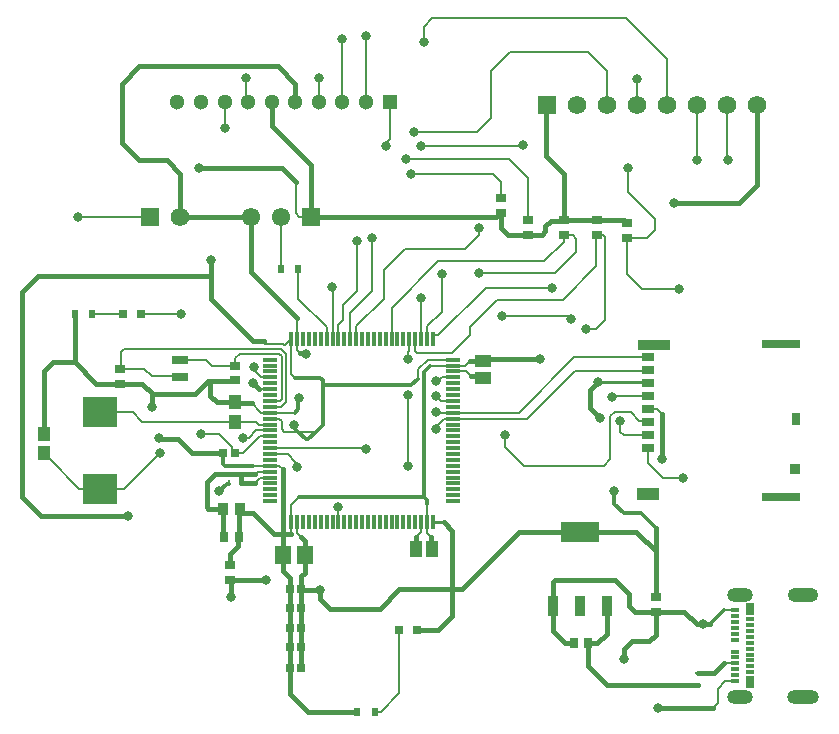
<source format=gtl>
%FSTAX23Y23*%
%MOIN*%
%SFA1B1*%

%IPPOS*%
%AMD39*
4,1,8,-0.015800,-0.034400,0.015800,-0.034400,0.017700,-0.032500,0.017700,0.032500,0.015800,0.034400,-0.015800,0.034400,-0.017700,0.032500,-0.017700,-0.032500,-0.015800,-0.034400,0.0*
1,1,0.003900,-0.015800,-0.032500*
1,1,0.003900,0.015800,-0.032500*
1,1,0.003900,0.015800,0.032500*
1,1,0.003900,-0.015800,0.032500*
%
%AMD40*
4,1,8,-0.060900,-0.034400,0.060900,-0.034400,0.063000,-0.032400,0.063000,0.032400,0.060900,0.034400,-0.060900,0.034400,-0.063000,0.032400,-0.063000,-0.032400,-0.060900,-0.034400,0.0*
1,1,0.004140,-0.060900,-0.032400*
1,1,0.004140,0.060900,-0.032400*
1,1,0.004140,0.060900,0.032400*
1,1,0.004140,-0.060900,0.032400*
%
%ADD12C,0.007870*%
%ADD13C,0.005000*%
%ADD15C,0.010000*%
%ADD16R,0.047240X0.011810*%
%ADD17R,0.011810X0.047240*%
%ADD18R,0.118110X0.098430*%
%ADD19R,0.039850X0.045600*%
%ADD20R,0.053390X0.043490*%
%ADD21R,0.036610X0.035430*%
%ADD22R,0.030710X0.041340*%
%ADD23R,0.072050X0.044880*%
%ADD24R,0.129920X0.027560*%
%ADD25R,0.110240X0.033860*%
%ADD26R,0.043310X0.027560*%
%ADD27R,0.031970X0.029850*%
%ADD28R,0.027560X0.039370*%
%ADD29R,0.027560X0.011810*%
%ADD30R,0.055120X0.029530*%
%ADD31R,0.031500X0.031500*%
%ADD32R,0.010730X0.018600*%
%ADD33R,0.043490X0.053390*%
%ADD34R,0.019680X0.031500*%
%ADD35R,0.029850X0.031970*%
%ADD36R,0.037400X0.041340*%
%ADD37R,0.029920X0.028350*%
%ADD38R,0.057270X0.061270*%
G04~CAMADD=39~8~0.0~0.0~354.3~689.0~19.5~0.0~15~0.0~0.0~0.0~0.0~0~0.0~0.0~0.0~0.0~0~0.0~0.0~0.0~180.0~354.0~689.0*
%ADD39D39*%
G04~CAMADD=40~8~0.0~0.0~1259.8~689.0~20.7~0.0~15~0.0~0.0~0.0~0.0~0~0.0~0.0~0.0~0.0~0~0.0~0.0~0.0~180.0~1260.0~690.0*
%ADD40D40*%
%ADD41R,0.018600X0.010730*%
%ADD54R,0.061810X0.061810*%
%ADD55C,0.061810*%
%ADD64C,0.015750*%
%ADD65C,0.011810*%
%ADD66C,0.005910*%
%ADD67C,0.017320*%
%ADD68O,0.102360X0.047240*%
%ADD69O,0.106300X0.047240*%
%ADD70O,0.086610X0.047240*%
%ADD71C,0.051180*%
%ADD72R,0.051180X0.051180*%
%ADD73R,0.061020X0.061020*%
%ADD74C,0.061020*%
%ADD75C,0.031500*%
%LN5th_year_project-1*%
%LPD*%
G54D12*
X02062Y02637D02*
X02072Y02647D01*
Y02692*
X02338Y01875D02*
X02365Y01901D01*
X02338Y01819D02*
Y01875D01*
X03784Y01524D02*
X0381D01*
X02367Y02834D02*
X02407D01*
X02355Y02846D02*
X02367Y02834D01*
X02355Y02846D02*
Y02951D01*
G54D13*
X02208Y02215D02*
X02241Y02182D01*
X02271*
X02352*
X02881Y02339D02*
X0292D01*
X02803D02*
X02881D01*
X02271Y02005D02*
X02301D01*
X02212D02*
X02271D01*
X0236Y01781D02*
X02374Y01767D01*
X0236Y01818D02*
X0236Y01817D01*
Y01789D02*
Y01817D01*
X0236Y01781D02*
Y01789D01*
X0236Y01789D02*
X0236Y01789D01*
X02301Y02005D02*
X02313Y01993D01*
X0292Y02339D02*
X02935Y02354D01*
X02359Y02471D02*
X0236Y0247D01*
X02385Y02381D02*
X02389Y02376D01*
X0236Y02391D02*
X0237Y02381D01*
X0236Y02391D02*
Y02428D01*
X02364Y0223D02*
X02365Y02231D01*
X03783Y01346D02*
X0382D01*
X02338Y01819D02*
X0234Y01818D01*
X02793Y01781D02*
X02807Y01767D01*
X02793Y01781D02*
Y01818D01*
G54D15*
X03547Y01519D02*
X03551Y01523D01*
X03555Y01519*
X02561Y01185D02*
D01*
X03712Y01476D02*
X03713Y01477D01*
X02133Y01944D02*
X02133Y01944D01*
Y01948*
X02125Y01944D02*
X02133D01*
X02373Y01594D02*
X02376Y01591D01*
X02814Y01816D02*
X02848D01*
X03525Y02283D02*
X03528Y0228D01*
X03362Y02283D02*
X03525D01*
X0298Y02354D02*
X02987Y02362D01*
X02807Y01732D02*
X02811Y01728D01*
X02979Y02354D02*
X0298Y02354D01*
X0217Y01862D02*
X02171Y0186D01*
X02373Y01594D02*
X02374Y01594D01*
X0177Y02279D02*
X01771Y02278D01*
X02166Y01858D02*
X0217Y01862D01*
X02163Y01764D02*
X02166Y01767D01*
X02113Y01771D02*
X02117Y01767D01*
G54D16*
X02271Y02359D03*
Y02339D03*
Y0232D03*
Y023D03*
Y0228D03*
Y02261D03*
Y02241D03*
Y02221D03*
Y02201D03*
Y02182D03*
Y02162D03*
Y02142D03*
Y02123D03*
Y02103D03*
Y02083D03*
Y02064D03*
Y02044D03*
Y02024D03*
Y02005D03*
Y01985D03*
Y01965D03*
Y01946D03*
Y01926D03*
Y01906D03*
Y01887D03*
X02881D03*
Y01906D03*
Y01926D03*
Y01946D03*
Y01965D03*
Y01985D03*
Y02005D03*
Y02024D03*
Y02044D03*
Y02064D03*
Y02083D03*
Y02103D03*
Y02123D03*
Y02142D03*
Y02162D03*
Y02182D03*
Y02201D03*
Y02221D03*
Y02241D03*
Y02261D03*
Y0228D03*
Y023D03*
Y0232D03*
Y02339D03*
Y02359D03*
G54D17*
X0234Y01818D03*
X0236D03*
X02379D03*
X02399D03*
X02419D03*
X02438D03*
X02458D03*
X02478D03*
X02497D03*
X02517D03*
X02537D03*
X02556D03*
X02576D03*
X02596D03*
X02615D03*
X02635D03*
X02655D03*
X02675D03*
X02694D03*
X02714D03*
X02734D03*
X02753D03*
X02773D03*
X02793D03*
X02812D03*
Y02428D03*
X02793D03*
X02773D03*
X02753D03*
X02734D03*
X02714D03*
X02694D03*
X02675D03*
X02655D03*
X02635D03*
X02615D03*
X02596D03*
X02576D03*
X02556D03*
X02537D03*
X02517D03*
X02497D03*
X02478D03*
X02458D03*
X02438D03*
X02419D03*
X02399D03*
X02379D03*
X0236D03*
X0234D03*
G54D18*
X01704Y01929D03*
Y02185D03*
G54D19*
X01515Y02111D03*
Y02046D03*
X02153Y02217D03*
Y02152D03*
G54D20*
X0298Y02354D03*
Y02299D03*
G54D21*
X04019Y01993D03*
G54D22*
X04022Y02161D03*
G54D23*
X03529Y01911D03*
G54D24*
X03972Y01902D03*
Y02412D03*
G54D25*
X03548Y02409D03*
G54D26*
X03528Y02063D03*
Y02107D03*
Y0215D03*
Y02193D03*
Y02237D03*
Y0228D03*
Y02323D03*
Y02366D03*
G54D27*
X03039Y02849D03*
Y02898D03*
X0346Y02814D03*
Y02765D03*
X03358Y02823D03*
Y02774D03*
X03248Y02823D03*
Y02774D03*
X03129D03*
Y02823D03*
X03555Y01519D03*
Y01569D03*
X01771Y02327D03*
Y02278D03*
X02153Y02339D03*
Y0229D03*
X02137Y01624D03*
Y01674D03*
G54D28*
X03871Y01283D03*
Y01527D03*
G54D29*
X03871Y01316D03*
Y01336D03*
Y01356D03*
Y01375D03*
Y01395D03*
Y01415D03*
Y01435D03*
Y01454D03*
Y01474D03*
Y01494D03*
X0382Y01523D03*
Y01503D03*
Y01484D03*
Y01464D03*
Y01444D03*
Y01425D03*
Y01385D03*
Y01366D03*
Y01346D03*
Y01326D03*
Y01307D03*
Y01287D03*
G54D30*
X01968Y02302D03*
Y02359D03*
G54D31*
X02758Y01459D03*
X02699D03*
X0184Y02511D03*
X01781D03*
G54D32*
X02133Y01948D03*
X02173D03*
G54D33*
X02811Y01728D03*
X02755D03*
G54D34*
X02305Y02661D03*
X02364D03*
X01677Y02511D03*
X01618D03*
X0262Y01185D03*
X02561D03*
G54D35*
X02117Y01767D03*
X02166D03*
X03331Y01413D03*
X03282D03*
G54D36*
X02113Y01862D03*
X0217D03*
G54D37*
X02373Y01531D03*
X02335D03*
X02373Y01594D03*
X02335D03*
X02373Y0133D03*
X02335D03*
X02373Y01401D03*
X02335D03*
X02373Y01464D03*
X02335D03*
X02153Y02047D03*
X02114D03*
G54D38*
X02386Y01708D03*
X02313D03*
G54D39*
X03212Y01538D03*
X03303D03*
X03393D03*
G54D40*
X03303Y01784D03*
G54D41*
X03696Y01275D03*
Y01314D03*
G54D54*
X03192Y03208D03*
X01871Y02834D03*
G54D55*
X03292Y03208D03*
X03392D03*
X03492D03*
X03592D03*
X03692D03*
X03792D03*
X03892D03*
X01971Y02834D03*
G54D64*
X02173Y01979D02*
X0222D01*
X02085D02*
X02168D01*
X02173*
X02059Y01952D02*
X02085Y01979D01*
X01876Y0224D02*
X01879Y02243D01*
X01876Y02202D02*
Y0224D01*
X01898Y02096D02*
X01901D01*
X01903Y02094*
X01964*
X02011Y02047D02*
X02114D01*
X01964Y02094D02*
X02011Y02047D01*
X02064Y02289D02*
X02071Y02282D01*
Y02239D02*
Y02282D01*
Y02239D02*
X02093Y02217D01*
X02153*
X02064Y02289D02*
X02152D01*
X01879Y02243D02*
X02018D01*
X02064Y02289*
X01844Y02278D02*
X01879Y02243D01*
X01771Y02278D02*
X01844D01*
X01545Y0235D02*
X01618D01*
X01515Y0232D02*
X01545Y0235D01*
X01515Y02111D02*
Y0232D01*
X02155Y02215D02*
X02208D01*
X02153Y02217D02*
X02155Y02215D01*
X01795Y01839D02*
X01797Y01837D01*
X01506Y01839D02*
X01795D01*
X02073Y0256D02*
Y02692D01*
X01444Y01901D02*
X01506Y01839D01*
X01497Y02637D02*
X02062D01*
X01444Y02584D02*
X01497Y02637D01*
X02212Y02421D02*
X0225D01*
X01444Y01901D02*
Y02584D01*
X02073Y0256D02*
X02212Y02421D01*
X03331Y01338D02*
X03394Y01275D01*
X03331Y01338D02*
Y01413D01*
X03394Y01275D02*
X03696D01*
X02173Y01948D02*
X02219D01*
X02167Y01978D02*
X02168Y01979D01*
X02173Y01948D02*
Y01972D01*
X02167Y01978D02*
X02173Y01972D01*
X02313Y01777D02*
X0234D01*
X02313Y01708D02*
Y01777D01*
X02181Y01849D02*
X02212D01*
X02171Y01858D02*
Y0186D01*
X02212Y01849D02*
X02284Y01777D01*
X02313D02*
Y01993D01*
X03467Y01539D02*
Y01578D01*
Y01539D02*
X03487Y01519D01*
X03547*
X0342Y01625D02*
X03467Y01578D01*
X03555Y01442D02*
Y01519D01*
X02938Y02303D02*
X02976D01*
X02935Y02354D02*
X02979D01*
X02875Y01592D02*
X02876Y01593D01*
X02875Y01505D02*
Y01592D01*
X02829Y01459D02*
X02875Y01505D01*
X02758Y01459D02*
X02829D01*
X03175Y02774D02*
X03187Y02787D01*
Y02805D02*
X03205Y02822D01*
X03187Y02787D02*
Y02805D01*
X03129Y02774D02*
X03175D01*
X03245Y02822D02*
X03246Y02822D01*
X03205Y02822D02*
X03245D01*
X02699Y01593D02*
X02876D01*
X03562Y01196D02*
X03746D01*
X02395Y01185D02*
X02561D01*
X02335Y01245D02*
Y0133D01*
Y01245D02*
X02395Y01185D01*
X02335Y0133D02*
Y01401D01*
X02114Y02046D02*
X02114Y02047D01*
X03713Y01477D02*
X03737D01*
X02207Y02651D02*
X02359Y02498D01*
X02405Y02836D02*
Y03006D01*
X02275Y03136D02*
Y03216D01*
Y03136D02*
X02405Y03006D01*
X02335Y01464D02*
Y01531D01*
Y01401D02*
Y01464D01*
Y01531D02*
Y01594D01*
Y01632*
X03337Y02258D02*
X03362Y02283D01*
X03337Y02197D02*
Y02258D01*
Y02197D02*
X0337Y02165D01*
X03221Y01625D02*
X0342D01*
X03212Y01538D02*
Y01616D01*
X03221Y01625*
X03212Y01453D02*
Y01538D01*
X03456Y02811D02*
Y02816D01*
X02214Y0228D02*
X02233Y02261D01*
X02284Y01777D02*
X02313D01*
X0247Y01529D02*
X02635D01*
X02437Y01562D02*
X0247Y01529D01*
X02437Y01562D02*
Y01591D01*
X03575Y02027D02*
Y02176D01*
X03533Y01421D02*
X03555Y01442D01*
X0237Y02381D02*
X02385D01*
X02407Y02834D02*
X03023D01*
X03034Y02854D02*
X03039Y02849D01*
X02635Y01529D02*
X02699Y01593D01*
X03064Y02774D02*
X03129D01*
X02386Y01708D02*
Y01754D01*
Y01649D02*
Y01708D01*
X02909Y01593D02*
X031Y01784D01*
X03303*
X03491*
X02376Y01591D02*
X02437D01*
X02254Y01624D02*
X02255Y01625D01*
X02137Y01624D02*
X02254D01*
X0231Y02997D02*
X02355Y02951D01*
X02034Y02997D02*
X0231D01*
X02876Y01593D02*
X02909D01*
X02848Y01816D02*
X02876Y01788D01*
Y01593D02*
Y01788D01*
X03358Y02823D02*
X03449D01*
X03248D02*
X03358D01*
X03188Y03037D02*
Y03205D01*
X03192Y03208*
X03188Y03037D02*
X03248Y02978D01*
Y02823D02*
Y02978D01*
X03448Y01362D02*
Y01393D01*
X03476Y01421*
X03533*
X02987Y02362D02*
X03169D01*
X02207Y02651D02*
Y02834D01*
X03555Y0172D02*
Y01799D01*
Y01519D02*
X03649D01*
X03692Y01476*
X03712*
X03696Y01314D02*
X03751D01*
X03783Y01346*
X03449Y02823D02*
X03456Y02816D01*
Y02811D02*
X0346Y02814D01*
X03246Y02822D02*
X03248Y02823D01*
X03039Y02799D02*
X03064Y02774D01*
X03039Y02799D02*
Y02849D01*
X03023Y02834D02*
X03038Y02849D01*
X03039*
X01925Y03023D02*
X01971Y02977D01*
Y02834D02*
Y02977D01*
X01834Y03023D02*
X01925D01*
X01775Y03082D02*
X01834Y03023D01*
X01775Y03082D02*
Y03279D01*
X01834Y03338*
X02295*
X02354Y03279*
Y03216D02*
Y03279D01*
X02405Y02836D02*
X02407Y02834D01*
X02807Y01732D02*
Y01767D01*
X02755Y01728D02*
Y01767D01*
X03555Y01569D02*
Y0172D01*
X03491Y01784D02*
X03555Y0172D01*
X03331Y01413D02*
X03361D01*
X03393Y01445D02*
Y01538D01*
X03361Y01413D02*
X03393Y01445D01*
X03212Y01453D02*
X03252Y01413D01*
X03282*
X01971Y02834D02*
X02207D01*
X02141Y01566D02*
Y0162D01*
X02137Y01624D02*
X02141Y0162D01*
X02059Y01868D02*
Y01952D01*
Y01868D02*
X02064Y01862D01*
X02113*
X02171Y01858D02*
X02181Y01849D01*
X02373Y01531D02*
Y01594D01*
Y01464D02*
Y01531D01*
Y01401D02*
Y01464D01*
Y0133D02*
Y01401D01*
X02313Y01653D02*
Y01708D01*
X02374Y01636D02*
X02386Y01649D01*
X02374Y01594D02*
Y01636D01*
X02313Y01653D02*
X02335Y01632D01*
X01618Y0235D02*
X01688Y02279D01*
X01618Y0235D02*
Y02511D01*
X01688Y02279D02*
X0177D01*
X02374Y01767D02*
X02386Y01754D01*
X02163Y01736D02*
Y01764D01*
X02137Y01711D02*
X02163Y01736D01*
X02166Y01767D02*
Y01858D01*
X02137Y01674D02*
Y01711D01*
X02113Y01771D02*
Y01862D01*
G54D65*
X02114Y02012D02*
Y02046D01*
X02121Y02005D02*
X02212D01*
X02114Y02012D02*
X02121Y02005D01*
X02352Y02182D02*
X02364Y02193D01*
Y0223*
X0235Y0214D02*
X02354Y02136D01*
Y02127D02*
X02363Y02118D01*
X02354Y02127D02*
Y02136D01*
X02782Y02306D02*
X02784Y02303D01*
Y02285D02*
Y02303D01*
X02782Y01902D02*
Y02282D01*
X02422Y02118D02*
X02445Y0214D01*
X02388Y02093D02*
X02397D01*
X02782Y02282D02*
X02784Y02285D01*
X02445Y02273D02*
X02741D01*
X02445Y0214D02*
Y02273D01*
X02741D02*
X02763Y02294D01*
X02782Y02306D02*
Y02318D01*
X02353Y02298D02*
X02436D01*
X02363Y02118D02*
X02388Y02093D01*
X02436Y02298D02*
X02445Y0229D01*
X02782Y02318D02*
X02803Y02339D01*
X02397Y02093D02*
X02422Y02118D01*
X02445Y02273D02*
Y0229D01*
X02365Y01901D02*
X02762D01*
X03737Y01477D02*
X03784Y01524D01*
X02765Y01902D02*
X02782D01*
X02793Y0189*
Y01876D02*
Y0189D01*
X02793Y01876D02*
X02793Y01876D01*
X02101Y0192D02*
X02125Y01944D01*
X03417Y01877D02*
Y01921D01*
X03448Y01846D02*
X03507D01*
X03417Y01877D02*
X03448Y01846D01*
X03507D02*
X03555Y01799D01*
G54D66*
X02224Y02123D02*
X02271D01*
X02199Y02098D02*
X02224Y02123D01*
X02181Y02098D02*
X02199D01*
X02179Y02096D02*
X02181Y02098D01*
X01704Y02185D02*
X01705Y02184D01*
X01812*
X01844Y02152*
X02153*
X01704Y01929D02*
D01*
X01632D02*
X01704D01*
X01535Y02026D02*
X01632Y01929D01*
X01515Y02043D02*
Y02046D01*
Y02043D02*
X01532Y02026D01*
X01535*
X01704Y01929D02*
X01704D01*
X01783*
X01903Y02049*
X02179Y02047D02*
X02236Y02103D01*
X02271*
X02153Y02152D02*
X02222D01*
X02232Y02142D02*
X02271D01*
X02222Y02152D02*
X02232Y02142D01*
X02038Y02111D02*
X02099D01*
X02143Y02056D02*
Y02066D01*
X02099Y02111D02*
X02143Y02066D01*
Y02056D02*
X02153Y02047D01*
X01772Y02384D02*
X01782Y02394D01*
X02828Y02286D02*
X02842Y023D01*
X0225Y02413D02*
Y02421D01*
Y02413D02*
X02253Y0241D01*
X02313*
X02315Y02408*
X0232*
X0234Y02311D02*
X02353Y02298D01*
X0232Y02408D02*
X0234Y02428D01*
X02363Y02118D02*
X02422D01*
X02315D02*
X02363D01*
X02308Y02131D02*
Y02154D01*
Y02126D02*
X02315Y02118D01*
X02795Y02358D02*
X0288D01*
X01782Y02394D02*
X02307D01*
X02168Y02378D02*
X023D01*
X02308Y0237*
X02842Y023D02*
X02881D01*
X02763Y02294D02*
Y02326D01*
X02308Y02226D02*
Y0237D01*
X0288Y02358D02*
X02881Y02359D01*
X02308Y02126D02*
Y02131D01*
X02307Y02394D02*
X02317Y02383D01*
X023Y02161D02*
X02308Y02154D01*
X02272Y02161D02*
X023D01*
X02271Y02162D02*
X02272Y02161D01*
X0234Y02311D02*
Y02428D01*
X02824Y02286D02*
X02828D01*
X02728Y02003D02*
Y02241D01*
X02317Y02383D02*
X02323Y02377D01*
X02763Y02326D02*
X02795Y02358D01*
X02308Y02131D02*
D01*
X02271Y02064D02*
X02589D01*
X02153Y02363D02*
X02168Y02378D01*
X02824Y02235D02*
Y02238D01*
X02236Y01965D02*
X02271D01*
X02219Y01948D02*
X02236Y01965D01*
X0222Y01979D02*
X02226Y01985D01*
X02271*
X0234Y01777D02*
Y01818D01*
X02935Y0244D02*
Y02467D01*
X02875Y02381D02*
X02935Y0244D01*
Y02467D02*
X03026Y02559D01*
X02759Y02381D02*
X02875D01*
X0299Y02599D02*
X03207D01*
X02815Y0244D02*
X02831D01*
X02812Y02428D02*
Y02437D01*
X02831Y0244D02*
X0299Y02599D01*
X02812Y02437D02*
X02815Y0244D01*
X03207Y02599D02*
X03208Y02598D01*
X02675Y02428D02*
Y02531D01*
X0283Y02687*
X03184*
X02842Y02519D02*
Y02644D01*
X02793Y02429D02*
Y02471D01*
X02842Y02519*
X02919Y02726D02*
X02966Y02773D01*
X02649Y02657D02*
X02718Y02726D01*
X02919*
X03184Y02687D02*
X03248Y0275D01*
X02559Y02586D02*
Y02755D01*
X02512Y0249D02*
Y0254D01*
X02559Y02586*
X02497Y02428D02*
Y02475D01*
X02512Y0249*
X02537Y02428D02*
Y02515D01*
X0261Y02588*
X02881Y0232D02*
X02922D01*
X02938Y02303*
X03437Y02119D02*
Y02154D01*
Y02119D02*
X0345Y02107D01*
X03528*
X02364Y02661D02*
D01*
X02733Y02427D02*
X02734Y02426D01*
Y02389D02*
Y02426D01*
X02728Y02361D02*
Y02383D01*
X02734Y02389*
X02724Y02364D02*
X02728Y02361D01*
X02753Y02387D02*
X02759Y02381D01*
X02753Y02387D02*
Y02428D01*
X03762Y01213D02*
Y01262D01*
X03787Y01287*
X0382*
X03746Y01196D02*
X03762Y01213D01*
X02323Y02223D02*
Y02377D01*
X02323Y02219D02*
Y02223D01*
X02306Y02201D02*
X02323Y02219D01*
Y02223D02*
X02323Y02223D01*
X02303Y02221D02*
X02308Y02226D01*
X0236Y02428D02*
Y0247D01*
X02359Y02471D02*
Y02498D01*
X02829Y02131D02*
Y02141D01*
X02824Y02184D02*
X02826Y02182D01*
X03098*
X02824Y02235D02*
X02838Y02221D01*
X0285Y02162D02*
X02881D01*
X02838Y02221D02*
X02881D01*
X02824Y02126D02*
X02829Y02131D01*
X02881Y02162D02*
X03126D01*
X02829Y02141D02*
X0285Y02162D01*
X0341Y02237D02*
X03528D01*
X03408Y02235D02*
X0341Y02237D01*
X02238Y023D02*
X02271D01*
X02233Y02261D02*
X02271D01*
X02222Y02316D02*
Y02329D01*
Y02316D02*
X02238Y023D01*
X02496Y01869D02*
X02497Y01867D01*
Y01818D02*
Y01867D01*
X02793Y01818D02*
Y01876D01*
X02271Y02221D02*
X02303D01*
X02662Y03087D02*
X02669Y03094D01*
Y03216*
X03282Y02366D02*
X03527D01*
X03098Y02182D02*
X03282Y02366D01*
X03528Y02013D02*
X03578Y01963D01*
X03646*
X03528Y02193D02*
X03558D01*
X03575Y02176*
X03268Y02495D02*
X03272D01*
X0326Y02503D02*
X03268Y02495D01*
X03472Y02184D02*
X03501Y02154D01*
X03418Y02184D02*
X03472D01*
X03404Y02027D02*
Y0217D01*
X03418Y02184*
X01772Y02327D02*
X01851D01*
X01772Y02328D02*
Y02384D01*
X01771Y02327D02*
X01772Y02328D01*
X02217Y02334D02*
X02222Y02329D01*
X0261Y02588D02*
Y02763D01*
X02364Y02562D02*
Y02661D01*
Y02562D02*
X02458Y02468D01*
Y02428D02*
Y02468D01*
X02793Y02428D02*
X02793Y02429D01*
X02354Y02005D02*
X02359Y02D01*
X02329Y02044D02*
X02354Y02019D01*
Y02005D02*
Y02019D01*
X02733Y02427D02*
X02734Y02428D01*
X02966Y02778D02*
Y02797D01*
Y02778D02*
X02966Y02778D01*
X02966Y02797D02*
X02967Y02799D01*
X02966Y02773D02*
Y02778D01*
X02738Y02978D02*
X03013D01*
X03039Y02952*
X02722Y03027D02*
X03065D01*
X03129Y02963*
X02655Y03071D02*
Y03078D01*
X02662Y03085D02*
Y03087D01*
X02655Y03078D02*
X02662Y03085D01*
X02783Y03418D02*
Y03468D01*
X02811Y03496*
X0259Y03216D02*
Y03435D01*
X02589Y03436D02*
X0259Y03435D01*
X02433Y03216D02*
Y03298D01*
X02432Y03299D02*
X02433Y03298D01*
X02188Y03224D02*
Y03298D01*
Y03224D02*
X02196Y03216D01*
X02118Y0313D02*
Y03216D01*
X02699Y01246D02*
Y01459D01*
X0262Y01185D02*
X02638D01*
X02699Y01246*
X02271Y02201D02*
X02306D01*
X03278Y02774D02*
X0329Y02762D01*
X03248Y02774D02*
X03278D01*
X0329Y02718D02*
Y02762D01*
X02965Y02648D02*
X0322D01*
X0329Y02718*
X03053Y02067D02*
Y02107D01*
Y02067D02*
X03115Y02005D01*
X03382*
X03404Y02027*
X03524Y02154D02*
X03528Y0215D01*
X03501Y02154D02*
X03524D01*
X03129Y02823D02*
Y02963D01*
X03381Y02774D02*
X03386Y02769D01*
X03358Y02774D02*
X03381D01*
X03357Y02671D02*
Y02773D01*
X03324Y02461D02*
X03356D01*
X03386Y02491*
Y02769*
X03458Y02645D02*
Y02763D01*
X0346Y02765*
X03509Y02594D02*
X03633D01*
X03458Y02645D02*
X03509Y02594D01*
X03528Y02013D02*
Y02063D01*
X0346Y02765D02*
X0346Y02765D01*
X03527*
X03553Y02791*
X03462Y02919D02*
X03553Y02828D01*
Y02791D02*
Y02828D01*
X03462Y02919D02*
Y02998D01*
X02773Y03072D02*
X03113D01*
X03114Y03073*
X02773Y02563D02*
X02773Y02563D01*
X02773Y02428D02*
Y02563D01*
X03357Y02773D02*
X03358Y02774D01*
X03245Y02559D02*
X03357Y02671D01*
X03026Y02559D02*
X03245D01*
X03248Y0275D02*
Y02774D01*
X03592Y03208D02*
Y0336D01*
X02811Y03496D02*
X03456D01*
X03592Y0336*
X03692Y03208D02*
X03692Y03207D01*
Y03023D02*
Y03207D01*
X03492Y03208D02*
Y03295D01*
X02649Y02562D02*
Y02657D01*
X02556Y0247D02*
X02649Y02562D01*
X02556Y02428D02*
Y0247D01*
X03393Y0321D02*
Y03322D01*
X03392Y03208D02*
X03393Y0321D01*
X0307Y03385D02*
X0333D01*
X03393Y03322*
X03007Y03165D02*
Y03322D01*
X0307Y03385*
X0296Y03118D02*
X03007Y03165D01*
X02751Y03118D02*
X0296D01*
X03039Y02898D02*
Y02952D01*
X0227Y02143D02*
X02271Y02142D01*
X03792Y0303D02*
X03795Y03027D01*
Y03023D02*
Y03027D01*
X03792Y0303D02*
Y03208D01*
X03043Y02503D02*
X0326D01*
X03286Y02322D02*
X03527D01*
X01843Y02511D02*
X01972D01*
X02589Y02064D02*
X0259Y02062D01*
X02511Y03216D02*
Y03429D01*
X02271Y02044D02*
X02329D01*
X02118Y03216D02*
D01*
X02478Y02428D02*
Y026D01*
X02476Y02602D02*
X02478Y026D01*
X02755Y01728D02*
X02755Y01728D01*
Y01767D02*
X02773Y01785D01*
Y01818*
X03527Y02322D02*
X03528Y02323D01*
X03126Y02162D02*
X03286Y02322D01*
X03527Y02366D02*
X03528Y02366D01*
X02976Y02303D02*
X0298Y02299D01*
X02305Y02661D02*
X02307Y02663D01*
Y02834*
X01629D02*
X01871D01*
X01677Y02511D02*
X01778D01*
X01967Y02303D02*
X01968Y02302D01*
X01851Y02327D02*
X01876Y02303D01*
X01967*
X01968Y02359D02*
X02056D01*
X02152Y02338D02*
X02153Y02339D01*
X02056Y02359D02*
X02077Y02338D01*
X02152*
X02153Y02339D02*
Y02363D01*
X02153Y02047D02*
X02179D01*
G54D67*
X03892Y0294D02*
Y03208D01*
X03615Y02881D02*
X03833D01*
X03892Y0294*
G54D68*
X04047Y01575D03*
G54D69*
X04047Y01235D03*
G54D70*
X03836Y01575D03*
Y01235D03*
G54D71*
X02196Y03216D03*
X02275D03*
X02354D03*
X02433D03*
X02511D03*
X0259D03*
X02118D03*
X02039D03*
X0196D03*
G54D72*
X02669Y03216D03*
G54D73*
X02407Y02834D03*
G54D74*
X02307Y02834D03*
X02207D03*
G54D75*
X01876Y02202D03*
X01898Y02096D03*
X01903Y02049D03*
X02179Y02096D03*
X0235Y0214D03*
X01797Y01837D03*
X02728Y02241D03*
X02824Y02286D03*
Y02238D03*
X02728Y02361D03*
X02824Y02126D03*
Y02184D03*
X03408Y02235D03*
X03562Y01196D03*
X02214Y0228D03*
X02496Y01869D03*
X03575Y02027D03*
X0337Y02165D03*
X03646Y01963D03*
X03272Y02495D03*
X03615Y02881D03*
X03437Y02154D03*
X02217Y02334D03*
X02389Y02376D03*
X02038Y02111D03*
X02101Y0192D03*
X02359Y02D03*
X02842Y02644D03*
X02967Y02799D03*
X02738Y02978D03*
X02773Y03072D03*
X02722Y03027D03*
X02655Y03071D03*
X02783Y03418D03*
X02589Y03436D03*
X02511Y03429D03*
X02432Y03299D03*
X02188Y03298D03*
X02118Y0313D03*
X02365Y02231D03*
X02965Y02648D03*
X03053Y02107D03*
X02437Y01591D03*
X02255Y01625D03*
X02034Y02997D03*
X02072Y02692D03*
X03324Y02461D03*
X03633Y02594D03*
X03462Y02998D03*
X03114Y03073D03*
X02773Y02563D03*
X03692Y03023D03*
X03208Y02598D03*
X03492Y03295D03*
X02751Y03118D03*
X0261Y02763D03*
X03795Y03023D03*
X03043Y02503D03*
X02728Y02003D03*
X03448Y01362D03*
X03362Y02283D03*
X03169Y02362D03*
X01972Y02511D03*
X03417Y01921D03*
X03712Y01476D03*
X0259Y02062D03*
X02559Y02755D03*
X02476Y02602D03*
X01629Y02834D03*
X02141Y01566D03*
M02*
</source>
